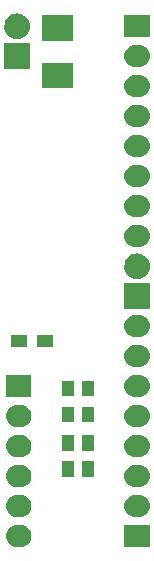
<source format=gbs>
G04 #@! TF.FileFunction,Soldermask,Bot*
%FSLAX46Y46*%
G04 Gerber Fmt 4.6, Leading zero omitted, Abs format (unit mm)*
G04 Created by KiCad (PCBNEW 4.0.1-stable) date Thursday, March 10, 2016 'AMt' 12:00:46 AM*
%MOMM*%
G01*
G04 APERTURE LIST*
%ADD10C,0.100000*%
G04 APERTURE END LIST*
D10*
G36*
X158559500Y-148247100D02*
X156400500Y-148247100D01*
X156400500Y-146392900D01*
X158559500Y-146392900D01*
X158559500Y-148247100D01*
X158559500Y-148247100D01*
G37*
G36*
X147609776Y-146392936D02*
X147617567Y-146392990D01*
X147797378Y-146413159D01*
X147969847Y-146467870D01*
X148128404Y-146555037D01*
X148267011Y-146671342D01*
X148380387Y-146812354D01*
X148464215Y-146972702D01*
X148515302Y-147146279D01*
X148515305Y-147146315D01*
X148515308Y-147146324D01*
X148531702Y-147326470D01*
X148512794Y-147506372D01*
X148512791Y-147506382D01*
X148512787Y-147506419D01*
X148459282Y-147679266D01*
X148373224Y-147838428D01*
X148257889Y-147977843D01*
X148117672Y-148092201D01*
X147957913Y-148177147D01*
X147784698Y-148229444D01*
X147604623Y-148247100D01*
X147289340Y-148247100D01*
X147284224Y-148247064D01*
X147276433Y-148247010D01*
X147096622Y-148226841D01*
X146924153Y-148172130D01*
X146765596Y-148084963D01*
X146626989Y-147968658D01*
X146513613Y-147827646D01*
X146429785Y-147667298D01*
X146378698Y-147493721D01*
X146378695Y-147493685D01*
X146378692Y-147493676D01*
X146362298Y-147313530D01*
X146381206Y-147133628D01*
X146381209Y-147133618D01*
X146381213Y-147133581D01*
X146434718Y-146960734D01*
X146520776Y-146801572D01*
X146636111Y-146662157D01*
X146776328Y-146547799D01*
X146936087Y-146462853D01*
X147109302Y-146410556D01*
X147289377Y-146392900D01*
X147604660Y-146392900D01*
X147609776Y-146392936D01*
X147609776Y-146392936D01*
G37*
G36*
X157642776Y-143852936D02*
X157650567Y-143852990D01*
X157830378Y-143873159D01*
X158002847Y-143927870D01*
X158161404Y-144015037D01*
X158300011Y-144131342D01*
X158413387Y-144272354D01*
X158497215Y-144432702D01*
X158548302Y-144606279D01*
X158548305Y-144606315D01*
X158548308Y-144606324D01*
X158564702Y-144786470D01*
X158545794Y-144966372D01*
X158545791Y-144966382D01*
X158545787Y-144966419D01*
X158492282Y-145139266D01*
X158406224Y-145298428D01*
X158290889Y-145437843D01*
X158150672Y-145552201D01*
X157990913Y-145637147D01*
X157817698Y-145689444D01*
X157637623Y-145707100D01*
X157322340Y-145707100D01*
X157317224Y-145707064D01*
X157309433Y-145707010D01*
X157129622Y-145686841D01*
X156957153Y-145632130D01*
X156798596Y-145544963D01*
X156659989Y-145428658D01*
X156546613Y-145287646D01*
X156462785Y-145127298D01*
X156411698Y-144953721D01*
X156411695Y-144953685D01*
X156411692Y-144953676D01*
X156395298Y-144773530D01*
X156414206Y-144593628D01*
X156414209Y-144593618D01*
X156414213Y-144593581D01*
X156467718Y-144420734D01*
X156553776Y-144261572D01*
X156669111Y-144122157D01*
X156809328Y-144007799D01*
X156969087Y-143922853D01*
X157142302Y-143870556D01*
X157322377Y-143852900D01*
X157637660Y-143852900D01*
X157642776Y-143852936D01*
X157642776Y-143852936D01*
G37*
G36*
X147609776Y-143852936D02*
X147617567Y-143852990D01*
X147797378Y-143873159D01*
X147969847Y-143927870D01*
X148128404Y-144015037D01*
X148267011Y-144131342D01*
X148380387Y-144272354D01*
X148464215Y-144432702D01*
X148515302Y-144606279D01*
X148515305Y-144606315D01*
X148515308Y-144606324D01*
X148531702Y-144786470D01*
X148512794Y-144966372D01*
X148512791Y-144966382D01*
X148512787Y-144966419D01*
X148459282Y-145139266D01*
X148373224Y-145298428D01*
X148257889Y-145437843D01*
X148117672Y-145552201D01*
X147957913Y-145637147D01*
X147784698Y-145689444D01*
X147604623Y-145707100D01*
X147289340Y-145707100D01*
X147284224Y-145707064D01*
X147276433Y-145707010D01*
X147096622Y-145686841D01*
X146924153Y-145632130D01*
X146765596Y-145544963D01*
X146626989Y-145428658D01*
X146513613Y-145287646D01*
X146429785Y-145127298D01*
X146378698Y-144953721D01*
X146378695Y-144953685D01*
X146378692Y-144953676D01*
X146362298Y-144773530D01*
X146381206Y-144593628D01*
X146381209Y-144593618D01*
X146381213Y-144593581D01*
X146434718Y-144420734D01*
X146520776Y-144261572D01*
X146636111Y-144122157D01*
X146776328Y-144007799D01*
X146936087Y-143922853D01*
X147109302Y-143870556D01*
X147289377Y-143852900D01*
X147604660Y-143852900D01*
X147609776Y-143852936D01*
X147609776Y-143852936D01*
G37*
G36*
X157642776Y-141312936D02*
X157650567Y-141312990D01*
X157830378Y-141333159D01*
X158002847Y-141387870D01*
X158161404Y-141475037D01*
X158300011Y-141591342D01*
X158413387Y-141732354D01*
X158497215Y-141892702D01*
X158548302Y-142066279D01*
X158548305Y-142066315D01*
X158548308Y-142066324D01*
X158564702Y-142246470D01*
X158545794Y-142426372D01*
X158545791Y-142426382D01*
X158545787Y-142426419D01*
X158492282Y-142599266D01*
X158406224Y-142758428D01*
X158290889Y-142897843D01*
X158150672Y-143012201D01*
X157990913Y-143097147D01*
X157817698Y-143149444D01*
X157637623Y-143167100D01*
X157322340Y-143167100D01*
X157317224Y-143167064D01*
X157309433Y-143167010D01*
X157129622Y-143146841D01*
X156957153Y-143092130D01*
X156798596Y-143004963D01*
X156659989Y-142888658D01*
X156546613Y-142747646D01*
X156462785Y-142587298D01*
X156411698Y-142413721D01*
X156411695Y-142413685D01*
X156411692Y-142413676D01*
X156395298Y-142233530D01*
X156414206Y-142053628D01*
X156414209Y-142053618D01*
X156414213Y-142053581D01*
X156467718Y-141880734D01*
X156553776Y-141721572D01*
X156669111Y-141582157D01*
X156809328Y-141467799D01*
X156969087Y-141382853D01*
X157142302Y-141330556D01*
X157322377Y-141312900D01*
X157637660Y-141312900D01*
X157642776Y-141312936D01*
X157642776Y-141312936D01*
G37*
G36*
X147609776Y-141312936D02*
X147617567Y-141312990D01*
X147797378Y-141333159D01*
X147969847Y-141387870D01*
X148128404Y-141475037D01*
X148267011Y-141591342D01*
X148380387Y-141732354D01*
X148464215Y-141892702D01*
X148515302Y-142066279D01*
X148515305Y-142066315D01*
X148515308Y-142066324D01*
X148531702Y-142246470D01*
X148512794Y-142426372D01*
X148512791Y-142426382D01*
X148512787Y-142426419D01*
X148459282Y-142599266D01*
X148373224Y-142758428D01*
X148257889Y-142897843D01*
X148117672Y-143012201D01*
X147957913Y-143097147D01*
X147784698Y-143149444D01*
X147604623Y-143167100D01*
X147289340Y-143167100D01*
X147284224Y-143167064D01*
X147276433Y-143167010D01*
X147096622Y-143146841D01*
X146924153Y-143092130D01*
X146765596Y-143004963D01*
X146626989Y-142888658D01*
X146513613Y-142747646D01*
X146429785Y-142587298D01*
X146378698Y-142413721D01*
X146378695Y-142413685D01*
X146378692Y-142413676D01*
X146362298Y-142233530D01*
X146381206Y-142053628D01*
X146381209Y-142053618D01*
X146381213Y-142053581D01*
X146434718Y-141880734D01*
X146520776Y-141721572D01*
X146636111Y-141582157D01*
X146776328Y-141467799D01*
X146936087Y-141382853D01*
X147109302Y-141330556D01*
X147289377Y-141312900D01*
X147604660Y-141312900D01*
X147609776Y-141312936D01*
X147609776Y-141312936D01*
G37*
G36*
X152151500Y-142309500D02*
X151124500Y-142309500D01*
X151124500Y-140982500D01*
X152151500Y-140982500D01*
X152151500Y-142309500D01*
X152151500Y-142309500D01*
G37*
G36*
X153802500Y-142309500D02*
X152775500Y-142309500D01*
X152775500Y-140982500D01*
X153802500Y-140982500D01*
X153802500Y-142309500D01*
X153802500Y-142309500D01*
G37*
G36*
X147609776Y-138772936D02*
X147617567Y-138772990D01*
X147797378Y-138793159D01*
X147969847Y-138847870D01*
X148128404Y-138935037D01*
X148267011Y-139051342D01*
X148380387Y-139192354D01*
X148464215Y-139352702D01*
X148515302Y-139526279D01*
X148515305Y-139526315D01*
X148515308Y-139526324D01*
X148531702Y-139706470D01*
X148512794Y-139886372D01*
X148512791Y-139886382D01*
X148512787Y-139886419D01*
X148459282Y-140059266D01*
X148373224Y-140218428D01*
X148257889Y-140357843D01*
X148117672Y-140472201D01*
X147957913Y-140557147D01*
X147784698Y-140609444D01*
X147604623Y-140627100D01*
X147289340Y-140627100D01*
X147284224Y-140627064D01*
X147276433Y-140627010D01*
X147096622Y-140606841D01*
X146924153Y-140552130D01*
X146765596Y-140464963D01*
X146626989Y-140348658D01*
X146513613Y-140207646D01*
X146429785Y-140047298D01*
X146378698Y-139873721D01*
X146378695Y-139873685D01*
X146378692Y-139873676D01*
X146362298Y-139693530D01*
X146381206Y-139513628D01*
X146381209Y-139513618D01*
X146381213Y-139513581D01*
X146434718Y-139340734D01*
X146520776Y-139181572D01*
X146636111Y-139042157D01*
X146776328Y-138927799D01*
X146936087Y-138842853D01*
X147109302Y-138790556D01*
X147289377Y-138772900D01*
X147604660Y-138772900D01*
X147609776Y-138772936D01*
X147609776Y-138772936D01*
G37*
G36*
X157642776Y-138772936D02*
X157650567Y-138772990D01*
X157830378Y-138793159D01*
X158002847Y-138847870D01*
X158161404Y-138935037D01*
X158300011Y-139051342D01*
X158413387Y-139192354D01*
X158497215Y-139352702D01*
X158548302Y-139526279D01*
X158548305Y-139526315D01*
X158548308Y-139526324D01*
X158564702Y-139706470D01*
X158545794Y-139886372D01*
X158545791Y-139886382D01*
X158545787Y-139886419D01*
X158492282Y-140059266D01*
X158406224Y-140218428D01*
X158290889Y-140357843D01*
X158150672Y-140472201D01*
X157990913Y-140557147D01*
X157817698Y-140609444D01*
X157637623Y-140627100D01*
X157322340Y-140627100D01*
X157317224Y-140627064D01*
X157309433Y-140627010D01*
X157129622Y-140606841D01*
X156957153Y-140552130D01*
X156798596Y-140464963D01*
X156659989Y-140348658D01*
X156546613Y-140207646D01*
X156462785Y-140047298D01*
X156411698Y-139873721D01*
X156411695Y-139873685D01*
X156411692Y-139873676D01*
X156395298Y-139693530D01*
X156414206Y-139513628D01*
X156414209Y-139513618D01*
X156414213Y-139513581D01*
X156467718Y-139340734D01*
X156553776Y-139181572D01*
X156669111Y-139042157D01*
X156809328Y-138927799D01*
X156969087Y-138842853D01*
X157142302Y-138790556D01*
X157322377Y-138772900D01*
X157637660Y-138772900D01*
X157642776Y-138772936D01*
X157642776Y-138772936D01*
G37*
G36*
X153802500Y-140109500D02*
X152775500Y-140109500D01*
X152775500Y-138782500D01*
X153802500Y-138782500D01*
X153802500Y-140109500D01*
X153802500Y-140109500D01*
G37*
G36*
X152151500Y-140109500D02*
X151124500Y-140109500D01*
X151124500Y-138782500D01*
X152151500Y-138782500D01*
X152151500Y-140109500D01*
X152151500Y-140109500D01*
G37*
G36*
X147609776Y-136232936D02*
X147617567Y-136232990D01*
X147797378Y-136253159D01*
X147969847Y-136307870D01*
X148128404Y-136395037D01*
X148267011Y-136511342D01*
X148380387Y-136652354D01*
X148464215Y-136812702D01*
X148515302Y-136986279D01*
X148515305Y-136986315D01*
X148515308Y-136986324D01*
X148531702Y-137166470D01*
X148512794Y-137346372D01*
X148512791Y-137346382D01*
X148512787Y-137346419D01*
X148459282Y-137519266D01*
X148373224Y-137678428D01*
X148257889Y-137817843D01*
X148117672Y-137932201D01*
X147957913Y-138017147D01*
X147784698Y-138069444D01*
X147604623Y-138087100D01*
X147289340Y-138087100D01*
X147284224Y-138087064D01*
X147276433Y-138087010D01*
X147096622Y-138066841D01*
X146924153Y-138012130D01*
X146765596Y-137924963D01*
X146626989Y-137808658D01*
X146513613Y-137667646D01*
X146429785Y-137507298D01*
X146378698Y-137333721D01*
X146378695Y-137333685D01*
X146378692Y-137333676D01*
X146362298Y-137153530D01*
X146381206Y-136973628D01*
X146381209Y-136973618D01*
X146381213Y-136973581D01*
X146434718Y-136800734D01*
X146520776Y-136641572D01*
X146636111Y-136502157D01*
X146776328Y-136387799D01*
X146936087Y-136302853D01*
X147109302Y-136250556D01*
X147289377Y-136232900D01*
X147604660Y-136232900D01*
X147609776Y-136232936D01*
X147609776Y-136232936D01*
G37*
G36*
X157642776Y-136232936D02*
X157650567Y-136232990D01*
X157830378Y-136253159D01*
X158002847Y-136307870D01*
X158161404Y-136395037D01*
X158300011Y-136511342D01*
X158413387Y-136652354D01*
X158497215Y-136812702D01*
X158548302Y-136986279D01*
X158548305Y-136986315D01*
X158548308Y-136986324D01*
X158564702Y-137166470D01*
X158545794Y-137346372D01*
X158545791Y-137346382D01*
X158545787Y-137346419D01*
X158492282Y-137519266D01*
X158406224Y-137678428D01*
X158290889Y-137817843D01*
X158150672Y-137932201D01*
X157990913Y-138017147D01*
X157817698Y-138069444D01*
X157637623Y-138087100D01*
X157322340Y-138087100D01*
X157317224Y-138087064D01*
X157309433Y-138087010D01*
X157129622Y-138066841D01*
X156957153Y-138012130D01*
X156798596Y-137924963D01*
X156659989Y-137808658D01*
X156546613Y-137667646D01*
X156462785Y-137507298D01*
X156411698Y-137333721D01*
X156411695Y-137333685D01*
X156411692Y-137333676D01*
X156395298Y-137153530D01*
X156414206Y-136973628D01*
X156414209Y-136973618D01*
X156414213Y-136973581D01*
X156467718Y-136800734D01*
X156553776Y-136641572D01*
X156669111Y-136502157D01*
X156809328Y-136387799D01*
X156969087Y-136302853D01*
X157142302Y-136250556D01*
X157322377Y-136232900D01*
X157637660Y-136232900D01*
X157642776Y-136232936D01*
X157642776Y-136232936D01*
G37*
G36*
X153802500Y-137696500D02*
X152775500Y-137696500D01*
X152775500Y-136369500D01*
X153802500Y-136369500D01*
X153802500Y-137696500D01*
X153802500Y-137696500D01*
G37*
G36*
X152151500Y-137696500D02*
X151124500Y-137696500D01*
X151124500Y-136369500D01*
X152151500Y-136369500D01*
X152151500Y-137696500D01*
X152151500Y-137696500D01*
G37*
G36*
X157642776Y-133692936D02*
X157650567Y-133692990D01*
X157830378Y-133713159D01*
X158002847Y-133767870D01*
X158161404Y-133855037D01*
X158300011Y-133971342D01*
X158413387Y-134112354D01*
X158497215Y-134272702D01*
X158548302Y-134446279D01*
X158548305Y-134446315D01*
X158548308Y-134446324D01*
X158564702Y-134626470D01*
X158545794Y-134806372D01*
X158545791Y-134806382D01*
X158545787Y-134806419D01*
X158492282Y-134979266D01*
X158406224Y-135138428D01*
X158290889Y-135277843D01*
X158150672Y-135392201D01*
X157990913Y-135477147D01*
X157817698Y-135529444D01*
X157637623Y-135547100D01*
X157322340Y-135547100D01*
X157317224Y-135547064D01*
X157309433Y-135547010D01*
X157129622Y-135526841D01*
X156957153Y-135472130D01*
X156798596Y-135384963D01*
X156659989Y-135268658D01*
X156546613Y-135127646D01*
X156462785Y-134967298D01*
X156411698Y-134793721D01*
X156411695Y-134793685D01*
X156411692Y-134793676D01*
X156395298Y-134613530D01*
X156414206Y-134433628D01*
X156414209Y-134433618D01*
X156414213Y-134433581D01*
X156467718Y-134260734D01*
X156553776Y-134101572D01*
X156669111Y-133962157D01*
X156809328Y-133847799D01*
X156969087Y-133762853D01*
X157142302Y-133710556D01*
X157322377Y-133692900D01*
X157637660Y-133692900D01*
X157642776Y-133692936D01*
X157642776Y-133692936D01*
G37*
G36*
X148526500Y-135547100D02*
X146367500Y-135547100D01*
X146367500Y-133692900D01*
X148526500Y-133692900D01*
X148526500Y-135547100D01*
X148526500Y-135547100D01*
G37*
G36*
X152151500Y-135496500D02*
X151124500Y-135496500D01*
X151124500Y-134169500D01*
X152151500Y-134169500D01*
X152151500Y-135496500D01*
X152151500Y-135496500D01*
G37*
G36*
X153802500Y-135496500D02*
X152775500Y-135496500D01*
X152775500Y-134169500D01*
X153802500Y-134169500D01*
X153802500Y-135496500D01*
X153802500Y-135496500D01*
G37*
G36*
X157642776Y-131152936D02*
X157650567Y-131152990D01*
X157830378Y-131173159D01*
X158002847Y-131227870D01*
X158161404Y-131315037D01*
X158300011Y-131431342D01*
X158413387Y-131572354D01*
X158497215Y-131732702D01*
X158548302Y-131906279D01*
X158548305Y-131906315D01*
X158548308Y-131906324D01*
X158564702Y-132086470D01*
X158545794Y-132266372D01*
X158545791Y-132266382D01*
X158545787Y-132266419D01*
X158492282Y-132439266D01*
X158406224Y-132598428D01*
X158290889Y-132737843D01*
X158150672Y-132852201D01*
X157990913Y-132937147D01*
X157817698Y-132989444D01*
X157637623Y-133007100D01*
X157322340Y-133007100D01*
X157317224Y-133007064D01*
X157309433Y-133007010D01*
X157129622Y-132986841D01*
X156957153Y-132932130D01*
X156798596Y-132844963D01*
X156659989Y-132728658D01*
X156546613Y-132587646D01*
X156462785Y-132427298D01*
X156411698Y-132253721D01*
X156411695Y-132253685D01*
X156411692Y-132253676D01*
X156395298Y-132073530D01*
X156414206Y-131893628D01*
X156414209Y-131893618D01*
X156414213Y-131893581D01*
X156467718Y-131720734D01*
X156553776Y-131561572D01*
X156669111Y-131422157D01*
X156809328Y-131307799D01*
X156969087Y-131222853D01*
X157142302Y-131170556D01*
X157322377Y-131152900D01*
X157637660Y-131152900D01*
X157642776Y-131152936D01*
X157642776Y-131152936D01*
G37*
G36*
X148153500Y-131323500D02*
X146826500Y-131323500D01*
X146826500Y-130296500D01*
X148153500Y-130296500D01*
X148153500Y-131323500D01*
X148153500Y-131323500D01*
G37*
G36*
X150353500Y-131323500D02*
X149026500Y-131323500D01*
X149026500Y-130296500D01*
X150353500Y-130296500D01*
X150353500Y-131323500D01*
X150353500Y-131323500D01*
G37*
G36*
X157642776Y-128612936D02*
X157650567Y-128612990D01*
X157830378Y-128633159D01*
X158002847Y-128687870D01*
X158161404Y-128775037D01*
X158300011Y-128891342D01*
X158413387Y-129032354D01*
X158497215Y-129192702D01*
X158548302Y-129366279D01*
X158548305Y-129366315D01*
X158548308Y-129366324D01*
X158564702Y-129546470D01*
X158545794Y-129726372D01*
X158545791Y-129726382D01*
X158545787Y-129726419D01*
X158492282Y-129899266D01*
X158406224Y-130058428D01*
X158290889Y-130197843D01*
X158150672Y-130312201D01*
X157990913Y-130397147D01*
X157817698Y-130449444D01*
X157637623Y-130467100D01*
X157322340Y-130467100D01*
X157317224Y-130467064D01*
X157309433Y-130467010D01*
X157129622Y-130446841D01*
X156957153Y-130392130D01*
X156798596Y-130304963D01*
X156659989Y-130188658D01*
X156546613Y-130047646D01*
X156462785Y-129887298D01*
X156411698Y-129713721D01*
X156411695Y-129713685D01*
X156411692Y-129713676D01*
X156395298Y-129533530D01*
X156414206Y-129353628D01*
X156414209Y-129353618D01*
X156414213Y-129353581D01*
X156467718Y-129180734D01*
X156553776Y-129021572D01*
X156669111Y-128882157D01*
X156809328Y-128767799D01*
X156969087Y-128682853D01*
X157142302Y-128630556D01*
X157322377Y-128612900D01*
X157637660Y-128612900D01*
X157642776Y-128612936D01*
X157642776Y-128612936D01*
G37*
G36*
X158559500Y-128079500D02*
X156400500Y-128079500D01*
X156400500Y-125920500D01*
X158559500Y-125920500D01*
X158559500Y-128079500D01*
X158559500Y-128079500D01*
G37*
G36*
X157498239Y-123380590D02*
X157498245Y-123380591D01*
X157500295Y-123380605D01*
X157709664Y-123404090D01*
X157910483Y-123467793D01*
X158095105Y-123569290D01*
X158256496Y-123704713D01*
X158388510Y-123868906D01*
X158486118Y-124055612D01*
X158545602Y-124257722D01*
X158545605Y-124257758D01*
X158545608Y-124257767D01*
X158564698Y-124467534D01*
X158542681Y-124677016D01*
X158542678Y-124677026D01*
X158542674Y-124677064D01*
X158480374Y-124878323D01*
X158380169Y-125063649D01*
X158245876Y-125225982D01*
X158082609Y-125359138D01*
X157896588Y-125458047D01*
X157694899Y-125518941D01*
X157485223Y-125539500D01*
X157474742Y-125539500D01*
X157461761Y-125539410D01*
X157461755Y-125539409D01*
X157459705Y-125539395D01*
X157250336Y-125515910D01*
X157049517Y-125452207D01*
X156864895Y-125350710D01*
X156703504Y-125215287D01*
X156571490Y-125051094D01*
X156473882Y-124864388D01*
X156414398Y-124662278D01*
X156414395Y-124662242D01*
X156414392Y-124662233D01*
X156395302Y-124452466D01*
X156417319Y-124242984D01*
X156417322Y-124242974D01*
X156417326Y-124242936D01*
X156479626Y-124041677D01*
X156579831Y-123856351D01*
X156714124Y-123694018D01*
X156877391Y-123560862D01*
X157063412Y-123461953D01*
X157265101Y-123401059D01*
X157474777Y-123380500D01*
X157485258Y-123380500D01*
X157498239Y-123380590D01*
X157498239Y-123380590D01*
G37*
G36*
X157642776Y-120992936D02*
X157650567Y-120992990D01*
X157830378Y-121013159D01*
X158002847Y-121067870D01*
X158161404Y-121155037D01*
X158300011Y-121271342D01*
X158413387Y-121412354D01*
X158497215Y-121572702D01*
X158548302Y-121746279D01*
X158548305Y-121746315D01*
X158548308Y-121746324D01*
X158564702Y-121926470D01*
X158545794Y-122106372D01*
X158545791Y-122106382D01*
X158545787Y-122106419D01*
X158492282Y-122279266D01*
X158406224Y-122438428D01*
X158290889Y-122577843D01*
X158150672Y-122692201D01*
X157990913Y-122777147D01*
X157817698Y-122829444D01*
X157637623Y-122847100D01*
X157322340Y-122847100D01*
X157317224Y-122847064D01*
X157309433Y-122847010D01*
X157129622Y-122826841D01*
X156957153Y-122772130D01*
X156798596Y-122684963D01*
X156659989Y-122568658D01*
X156546613Y-122427646D01*
X156462785Y-122267298D01*
X156411698Y-122093721D01*
X156411695Y-122093685D01*
X156411692Y-122093676D01*
X156395298Y-121913530D01*
X156414206Y-121733628D01*
X156414209Y-121733618D01*
X156414213Y-121733581D01*
X156467718Y-121560734D01*
X156553776Y-121401572D01*
X156669111Y-121262157D01*
X156809328Y-121147799D01*
X156969087Y-121062853D01*
X157142302Y-121010556D01*
X157322377Y-120992900D01*
X157637660Y-120992900D01*
X157642776Y-120992936D01*
X157642776Y-120992936D01*
G37*
G36*
X157642776Y-118452936D02*
X157650567Y-118452990D01*
X157830378Y-118473159D01*
X158002847Y-118527870D01*
X158161404Y-118615037D01*
X158300011Y-118731342D01*
X158413387Y-118872354D01*
X158497215Y-119032702D01*
X158548302Y-119206279D01*
X158548305Y-119206315D01*
X158548308Y-119206324D01*
X158564702Y-119386470D01*
X158545794Y-119566372D01*
X158545791Y-119566382D01*
X158545787Y-119566419D01*
X158492282Y-119739266D01*
X158406224Y-119898428D01*
X158290889Y-120037843D01*
X158150672Y-120152201D01*
X157990913Y-120237147D01*
X157817698Y-120289444D01*
X157637623Y-120307100D01*
X157322340Y-120307100D01*
X157317224Y-120307064D01*
X157309433Y-120307010D01*
X157129622Y-120286841D01*
X156957153Y-120232130D01*
X156798596Y-120144963D01*
X156659989Y-120028658D01*
X156546613Y-119887646D01*
X156462785Y-119727298D01*
X156411698Y-119553721D01*
X156411695Y-119553685D01*
X156411692Y-119553676D01*
X156395298Y-119373530D01*
X156414206Y-119193628D01*
X156414209Y-119193618D01*
X156414213Y-119193581D01*
X156467718Y-119020734D01*
X156553776Y-118861572D01*
X156669111Y-118722157D01*
X156809328Y-118607799D01*
X156969087Y-118522853D01*
X157142302Y-118470556D01*
X157322377Y-118452900D01*
X157637660Y-118452900D01*
X157642776Y-118452936D01*
X157642776Y-118452936D01*
G37*
G36*
X157642776Y-115912936D02*
X157650567Y-115912990D01*
X157830378Y-115933159D01*
X158002847Y-115987870D01*
X158161404Y-116075037D01*
X158300011Y-116191342D01*
X158413387Y-116332354D01*
X158497215Y-116492702D01*
X158548302Y-116666279D01*
X158548305Y-116666315D01*
X158548308Y-116666324D01*
X158564702Y-116846470D01*
X158545794Y-117026372D01*
X158545791Y-117026382D01*
X158545787Y-117026419D01*
X158492282Y-117199266D01*
X158406224Y-117358428D01*
X158290889Y-117497843D01*
X158150672Y-117612201D01*
X157990913Y-117697147D01*
X157817698Y-117749444D01*
X157637623Y-117767100D01*
X157322340Y-117767100D01*
X157317224Y-117767064D01*
X157309433Y-117767010D01*
X157129622Y-117746841D01*
X156957153Y-117692130D01*
X156798596Y-117604963D01*
X156659989Y-117488658D01*
X156546613Y-117347646D01*
X156462785Y-117187298D01*
X156411698Y-117013721D01*
X156411695Y-117013685D01*
X156411692Y-117013676D01*
X156395298Y-116833530D01*
X156414206Y-116653628D01*
X156414209Y-116653618D01*
X156414213Y-116653581D01*
X156467718Y-116480734D01*
X156553776Y-116321572D01*
X156669111Y-116182157D01*
X156809328Y-116067799D01*
X156969087Y-115982853D01*
X157142302Y-115930556D01*
X157322377Y-115912900D01*
X157637660Y-115912900D01*
X157642776Y-115912936D01*
X157642776Y-115912936D01*
G37*
G36*
X157642776Y-113372936D02*
X157650567Y-113372990D01*
X157830378Y-113393159D01*
X158002847Y-113447870D01*
X158161404Y-113535037D01*
X158300011Y-113651342D01*
X158413387Y-113792354D01*
X158497215Y-113952702D01*
X158548302Y-114126279D01*
X158548305Y-114126315D01*
X158548308Y-114126324D01*
X158564702Y-114306470D01*
X158545794Y-114486372D01*
X158545791Y-114486382D01*
X158545787Y-114486419D01*
X158492282Y-114659266D01*
X158406224Y-114818428D01*
X158290889Y-114957843D01*
X158150672Y-115072201D01*
X157990913Y-115157147D01*
X157817698Y-115209444D01*
X157637623Y-115227100D01*
X157322340Y-115227100D01*
X157317224Y-115227064D01*
X157309433Y-115227010D01*
X157129622Y-115206841D01*
X156957153Y-115152130D01*
X156798596Y-115064963D01*
X156659989Y-114948658D01*
X156546613Y-114807646D01*
X156462785Y-114647298D01*
X156411698Y-114473721D01*
X156411695Y-114473685D01*
X156411692Y-114473676D01*
X156395298Y-114293530D01*
X156414206Y-114113628D01*
X156414209Y-114113618D01*
X156414213Y-114113581D01*
X156467718Y-113940734D01*
X156553776Y-113781572D01*
X156669111Y-113642157D01*
X156809328Y-113527799D01*
X156969087Y-113442853D01*
X157142302Y-113390556D01*
X157322377Y-113372900D01*
X157637660Y-113372900D01*
X157642776Y-113372936D01*
X157642776Y-113372936D01*
G37*
G36*
X157642776Y-110832936D02*
X157650567Y-110832990D01*
X157830378Y-110853159D01*
X158002847Y-110907870D01*
X158161404Y-110995037D01*
X158300011Y-111111342D01*
X158413387Y-111252354D01*
X158497215Y-111412702D01*
X158548302Y-111586279D01*
X158548305Y-111586315D01*
X158548308Y-111586324D01*
X158564702Y-111766470D01*
X158545794Y-111946372D01*
X158545791Y-111946382D01*
X158545787Y-111946419D01*
X158492282Y-112119266D01*
X158406224Y-112278428D01*
X158290889Y-112417843D01*
X158150672Y-112532201D01*
X157990913Y-112617147D01*
X157817698Y-112669444D01*
X157637623Y-112687100D01*
X157322340Y-112687100D01*
X157317224Y-112687064D01*
X157309433Y-112687010D01*
X157129622Y-112666841D01*
X156957153Y-112612130D01*
X156798596Y-112524963D01*
X156659989Y-112408658D01*
X156546613Y-112267646D01*
X156462785Y-112107298D01*
X156411698Y-111933721D01*
X156411695Y-111933685D01*
X156411692Y-111933676D01*
X156395298Y-111753530D01*
X156414206Y-111573628D01*
X156414209Y-111573618D01*
X156414213Y-111573581D01*
X156467718Y-111400734D01*
X156553776Y-111241572D01*
X156669111Y-111102157D01*
X156809328Y-110987799D01*
X156969087Y-110902853D01*
X157142302Y-110850556D01*
X157322377Y-110832900D01*
X157637660Y-110832900D01*
X157642776Y-110832936D01*
X157642776Y-110832936D01*
G37*
G36*
X157642776Y-108292936D02*
X157650567Y-108292990D01*
X157830378Y-108313159D01*
X158002847Y-108367870D01*
X158161404Y-108455037D01*
X158300011Y-108571342D01*
X158413387Y-108712354D01*
X158497215Y-108872702D01*
X158548302Y-109046279D01*
X158548305Y-109046315D01*
X158548308Y-109046324D01*
X158564702Y-109226470D01*
X158545794Y-109406372D01*
X158545791Y-109406382D01*
X158545787Y-109406419D01*
X158492282Y-109579266D01*
X158406224Y-109738428D01*
X158290889Y-109877843D01*
X158150672Y-109992201D01*
X157990913Y-110077147D01*
X157817698Y-110129444D01*
X157637623Y-110147100D01*
X157322340Y-110147100D01*
X157317224Y-110147064D01*
X157309433Y-110147010D01*
X157129622Y-110126841D01*
X156957153Y-110072130D01*
X156798596Y-109984963D01*
X156659989Y-109868658D01*
X156546613Y-109727646D01*
X156462785Y-109567298D01*
X156411698Y-109393721D01*
X156411695Y-109393685D01*
X156411692Y-109393676D01*
X156395298Y-109213530D01*
X156414206Y-109033628D01*
X156414209Y-109033618D01*
X156414213Y-109033581D01*
X156467718Y-108860734D01*
X156553776Y-108701572D01*
X156669111Y-108562157D01*
X156809328Y-108447799D01*
X156969087Y-108362853D01*
X157142302Y-108310556D01*
X157322377Y-108292900D01*
X157637660Y-108292900D01*
X157642776Y-108292936D01*
X157642776Y-108292936D01*
G37*
G36*
X152062500Y-109362500D02*
X149435500Y-109362500D01*
X149435500Y-107235500D01*
X152062500Y-107235500D01*
X152062500Y-109362500D01*
X152062500Y-109362500D01*
G37*
G36*
X148399500Y-107759500D02*
X146240500Y-107759500D01*
X146240500Y-105600500D01*
X148399500Y-105600500D01*
X148399500Y-107759500D01*
X148399500Y-107759500D01*
G37*
G36*
X157642776Y-105752936D02*
X157650567Y-105752990D01*
X157830378Y-105773159D01*
X158002847Y-105827870D01*
X158161404Y-105915037D01*
X158300011Y-106031342D01*
X158413387Y-106172354D01*
X158497215Y-106332702D01*
X158548302Y-106506279D01*
X158548305Y-106506315D01*
X158548308Y-106506324D01*
X158564702Y-106686470D01*
X158545794Y-106866372D01*
X158545791Y-106866382D01*
X158545787Y-106866419D01*
X158492282Y-107039266D01*
X158406224Y-107198428D01*
X158290889Y-107337843D01*
X158150672Y-107452201D01*
X157990913Y-107537147D01*
X157817698Y-107589444D01*
X157637623Y-107607100D01*
X157322340Y-107607100D01*
X157317224Y-107607064D01*
X157309433Y-107607010D01*
X157129622Y-107586841D01*
X156957153Y-107532130D01*
X156798596Y-107444963D01*
X156659989Y-107328658D01*
X156546613Y-107187646D01*
X156462785Y-107027298D01*
X156411698Y-106853721D01*
X156411695Y-106853685D01*
X156411692Y-106853676D01*
X156395298Y-106673530D01*
X156414206Y-106493628D01*
X156414209Y-106493618D01*
X156414213Y-106493581D01*
X156467718Y-106320734D01*
X156553776Y-106161572D01*
X156669111Y-106022157D01*
X156809328Y-105907799D01*
X156969087Y-105822853D01*
X157142302Y-105770556D01*
X157322377Y-105752900D01*
X157637660Y-105752900D01*
X157642776Y-105752936D01*
X157642776Y-105752936D01*
G37*
G36*
X152062500Y-105362500D02*
X149435500Y-105362500D01*
X149435500Y-103235500D01*
X152062500Y-103235500D01*
X152062500Y-105362500D01*
X152062500Y-105362500D01*
G37*
G36*
X147338239Y-103060590D02*
X147338245Y-103060591D01*
X147340295Y-103060605D01*
X147549664Y-103084090D01*
X147750483Y-103147793D01*
X147935105Y-103249290D01*
X148096496Y-103384713D01*
X148228510Y-103548906D01*
X148326118Y-103735612D01*
X148385602Y-103937722D01*
X148385605Y-103937758D01*
X148385608Y-103937767D01*
X148404698Y-104147534D01*
X148382681Y-104357016D01*
X148382678Y-104357026D01*
X148382674Y-104357064D01*
X148320374Y-104558323D01*
X148220169Y-104743649D01*
X148085876Y-104905982D01*
X147922609Y-105039138D01*
X147736588Y-105138047D01*
X147534899Y-105198941D01*
X147325223Y-105219500D01*
X147314742Y-105219500D01*
X147301761Y-105219410D01*
X147301755Y-105219409D01*
X147299705Y-105219395D01*
X147090336Y-105195910D01*
X146889517Y-105132207D01*
X146704895Y-105030710D01*
X146543504Y-104895287D01*
X146411490Y-104731094D01*
X146313882Y-104544388D01*
X146254398Y-104342278D01*
X146254395Y-104342242D01*
X146254392Y-104342233D01*
X146235302Y-104132466D01*
X146257319Y-103922984D01*
X146257322Y-103922974D01*
X146257326Y-103922936D01*
X146319626Y-103721677D01*
X146419831Y-103536351D01*
X146554124Y-103374018D01*
X146717391Y-103240862D01*
X146903412Y-103141953D01*
X147105101Y-103081059D01*
X147314777Y-103060500D01*
X147325258Y-103060500D01*
X147338239Y-103060590D01*
X147338239Y-103060590D01*
G37*
G36*
X158559500Y-105067100D02*
X156400500Y-105067100D01*
X156400500Y-103212900D01*
X158559500Y-103212900D01*
X158559500Y-105067100D01*
X158559500Y-105067100D01*
G37*
M02*

</source>
